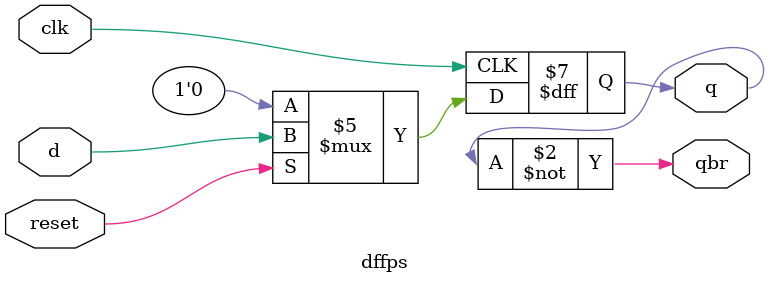
<source format=v>
module dffps (input clk,reset,d,output reg q ,output qbr);
initial 
q=0;
always@ (posedge clk)begin
if(reset)
q<=d;
else
q<=0;
end
assign qbr=~q;
endmodule




</source>
